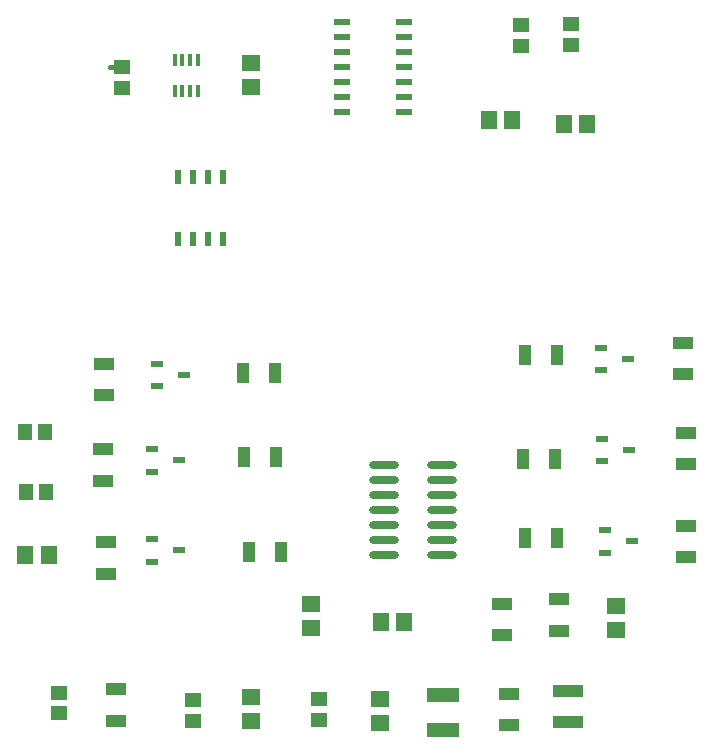
<source format=gtp>
G04*
G04 #@! TF.GenerationSoftware,Altium Limited,Altium Designer,21.3.2 (30)*
G04*
G04 Layer_Color=8421504*
%FSLAX25Y25*%
%MOIN*%
G70*
G04*
G04 #@! TF.SameCoordinates,A7B022F8-E884-4121-B654-9C37E9188DC7*
G04*
G04*
G04 #@! TF.FilePolarity,Positive*
G04*
G01*
G75*
%ADD16R,0.05512X0.05906*%
%ADD17R,0.04134X0.02362*%
%ADD18R,0.04331X0.06693*%
%ADD19R,0.06693X0.04331*%
%ADD20R,0.05906X0.05512*%
%ADD21R,0.01772X0.04134*%
%ADD22R,0.05500X0.02200*%
G04:AMPARAMS|DCode=23|XSize=21.65mil|YSize=49.21mil|CornerRadius=1.95mil|HoleSize=0mil|Usage=FLASHONLY|Rotation=180.000|XOffset=0mil|YOffset=0mil|HoleType=Round|Shape=RoundedRectangle|*
%AMROUNDEDRECTD23*
21,1,0.02165,0.04532,0,0,180.0*
21,1,0.01776,0.04921,0,0,180.0*
1,1,0.00390,-0.00888,0.02266*
1,1,0.00390,0.00888,0.02266*
1,1,0.00390,0.00888,-0.02266*
1,1,0.00390,-0.00888,-0.02266*
%
%ADD23ROUNDEDRECTD23*%
%ADD24O,0.09843X0.02756*%
%ADD25R,0.05512X0.04724*%
%ADD26R,0.04724X0.05512*%
%ADD27R,0.10630X0.04528*%
%ADD28R,0.10236X0.04331*%
%ADD29C,0.01500*%
D16*
X420937Y226815D02*
D03*
X413063D02*
D03*
X302500Y249315D02*
D03*
X294626D02*
D03*
X474063Y392815D02*
D03*
X481937D02*
D03*
X457000Y394315D02*
D03*
X449126D02*
D03*
D17*
X346028Y250815D02*
D03*
X336972Y247075D02*
D03*
Y254555D02*
D03*
X346028Y280815D02*
D03*
X336972Y277075D02*
D03*
Y284555D02*
D03*
X347528Y309315D02*
D03*
X338472Y305575D02*
D03*
Y313055D02*
D03*
X497028Y253815D02*
D03*
X487972Y250075D02*
D03*
Y257555D02*
D03*
X496028Y284315D02*
D03*
X486972Y280575D02*
D03*
Y288055D02*
D03*
X495555Y314575D02*
D03*
X486500Y310835D02*
D03*
Y318315D02*
D03*
D18*
X367185Y309815D02*
D03*
X377815D02*
D03*
X369370Y250315D02*
D03*
X380000D02*
D03*
X367685Y281815D02*
D03*
X378315D02*
D03*
X461185Y315815D02*
D03*
X471815D02*
D03*
X461185Y254815D02*
D03*
X471815D02*
D03*
X471315Y281315D02*
D03*
X460685D02*
D03*
D19*
X321500Y243000D02*
D03*
Y253630D02*
D03*
X320500Y274000D02*
D03*
Y284630D02*
D03*
X321000Y302500D02*
D03*
Y313130D02*
D03*
X514000Y309500D02*
D03*
Y320130D02*
D03*
X515000Y248500D02*
D03*
Y259130D02*
D03*
Y279500D02*
D03*
Y290130D02*
D03*
X325000Y194000D02*
D03*
Y204630D02*
D03*
X456000Y203130D02*
D03*
Y192500D02*
D03*
X472500Y224000D02*
D03*
Y234630D02*
D03*
X453500Y222500D02*
D03*
Y233130D02*
D03*
D20*
X370000Y201906D02*
D03*
Y194032D02*
D03*
Y405378D02*
D03*
Y413252D02*
D03*
X491500Y224441D02*
D03*
Y232315D02*
D03*
X390000Y232815D02*
D03*
Y224941D02*
D03*
X413000Y201252D02*
D03*
Y193378D02*
D03*
D21*
X344441Y414315D02*
D03*
X347000D02*
D03*
X349559D02*
D03*
X352118D02*
D03*
Y403882D02*
D03*
X349559D02*
D03*
X347000D02*
D03*
X344441D02*
D03*
D22*
X420950Y426815D02*
D03*
Y421815D02*
D03*
Y416815D02*
D03*
Y411815D02*
D03*
Y406815D02*
D03*
Y401815D02*
D03*
Y396815D02*
D03*
X400050D02*
D03*
Y401815D02*
D03*
Y406815D02*
D03*
Y411815D02*
D03*
Y416815D02*
D03*
Y421815D02*
D03*
Y426815D02*
D03*
D23*
X360500Y375150D02*
D03*
X355500D02*
D03*
X350500D02*
D03*
X345500D02*
D03*
X360500Y354480D02*
D03*
X355500D02*
D03*
X350500D02*
D03*
X345500D02*
D03*
D24*
X433646Y249315D02*
D03*
Y254315D02*
D03*
Y259315D02*
D03*
Y264315D02*
D03*
Y269315D02*
D03*
Y274315D02*
D03*
Y279315D02*
D03*
X414354Y249315D02*
D03*
Y254315D02*
D03*
Y259315D02*
D03*
Y264315D02*
D03*
Y269315D02*
D03*
Y274315D02*
D03*
Y279315D02*
D03*
D25*
X476500Y426161D02*
D03*
Y419468D02*
D03*
X327000Y405122D02*
D03*
Y411815D02*
D03*
X460000Y419122D02*
D03*
Y425815D02*
D03*
X350500Y194122D02*
D03*
Y200815D02*
D03*
X392500Y194469D02*
D03*
Y201162D02*
D03*
X306000Y203315D02*
D03*
Y196622D02*
D03*
D26*
X294654Y290315D02*
D03*
X301346D02*
D03*
X295000Y270315D02*
D03*
X301693D02*
D03*
D27*
X434000Y202720D02*
D03*
Y190910D02*
D03*
D28*
X475500Y203933D02*
D03*
Y193697D02*
D03*
D29*
X323000Y411815D02*
X324500D01*
M02*

</source>
